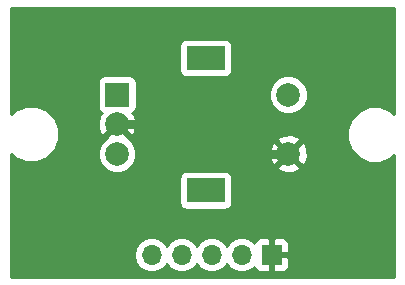
<source format=gbr>
G04 #@! TF.GenerationSoftware,KiCad,Pcbnew,(5.0.0-3-g5ebb6b6)*
G04 #@! TF.CreationDate,2019-05-02T12:54:23+02:00*
G04 #@! TF.ProjectId,Encoder assembly 2,456E636F64657220617373656D626C79,rev?*
G04 #@! TF.SameCoordinates,Original*
G04 #@! TF.FileFunction,Copper,L1,Top,Signal*
G04 #@! TF.FilePolarity,Positive*
%FSLAX46Y46*%
G04 Gerber Fmt 4.6, Leading zero omitted, Abs format (unit mm)*
G04 Created by KiCad (PCBNEW (5.0.0-3-g5ebb6b6)) date Thursday, 02 May 2019 at 12:54:23*
%MOMM*%
%LPD*%
G01*
G04 APERTURE LIST*
G04 #@! TA.AperFunction,ComponentPad*
%ADD10R,1.700000X1.700000*%
G04 #@! TD*
G04 #@! TA.AperFunction,ComponentPad*
%ADD11O,1.700000X1.700000*%
G04 #@! TD*
G04 #@! TA.AperFunction,ComponentPad*
%ADD12C,2.000000*%
G04 #@! TD*
G04 #@! TA.AperFunction,ComponentPad*
%ADD13R,3.200000X2.000000*%
G04 #@! TD*
G04 #@! TA.AperFunction,ComponentPad*
%ADD14R,2.000000X2.000000*%
G04 #@! TD*
G04 #@! TA.AperFunction,Conductor*
%ADD15C,0.800000*%
G04 #@! TD*
G04 #@! TA.AperFunction,Conductor*
%ADD16C,0.254000*%
G04 #@! TD*
G04 APERTURE END LIST*
D10*
G04 #@! TO.P,J1,1*
G04 #@! TO.N,GND*
X132360000Y-93700000D03*
D11*
G04 #@! TO.P,J1,2*
G04 #@! TO.N,+3V3*
X129820000Y-93700000D03*
G04 #@! TO.P,J1,3*
G04 #@! TO.N,Net-(J1-Pad3)*
X127280000Y-93700000D03*
G04 #@! TO.P,J1,4*
G04 #@! TO.N,Net-(J1-Pad4)*
X124740000Y-93700000D03*
G04 #@! TO.P,J1,5*
G04 #@! TO.N,Net-(J1-Pad5)*
X122200000Y-93700000D03*
G04 #@! TD*
D12*
G04 #@! TO.P,SW1,S1*
G04 #@! TO.N,GND*
X133775001Y-85125001D03*
G04 #@! TO.P,SW1,S2*
G04 #@! TO.N,Net-(J1-Pad3)*
X133775001Y-80125001D03*
D13*
G04 #@! TO.P,SW1,MP*
G04 #@! TO.N,N/C*
X126775001Y-88225001D03*
X126775001Y-77025001D03*
D12*
G04 #@! TO.P,SW1,B*
G04 #@! TO.N,Net-(J1-Pad4)*
X119275001Y-85125001D03*
G04 #@! TO.P,SW1,C*
G04 #@! TO.N,GND*
X119275001Y-82625001D03*
D14*
G04 #@! TO.P,SW1,A*
G04 #@! TO.N,Net-(J1-Pad5)*
X119275001Y-80125001D03*
G04 #@! TD*
D15*
G04 #@! TO.N,GND*
X119275001Y-82625001D02*
X128675001Y-82625001D01*
X131175001Y-85125001D02*
X133775001Y-85125001D01*
X128675001Y-82625001D02*
X131175001Y-85125001D01*
G04 #@! TD*
D16*
G04 #@! TO.N,GND*
G36*
X142740001Y-81767102D02*
X142450994Y-81478095D01*
X141574406Y-81115000D01*
X140625594Y-81115000D01*
X139749006Y-81478095D01*
X139078095Y-82149006D01*
X138715000Y-83025594D01*
X138715000Y-83974406D01*
X139078095Y-84850994D01*
X139749006Y-85521905D01*
X140625594Y-85885000D01*
X141574406Y-85885000D01*
X142450994Y-85521905D01*
X142740000Y-85232899D01*
X142740000Y-95540000D01*
X110310000Y-95540000D01*
X110310000Y-93700000D01*
X120685908Y-93700000D01*
X120801161Y-94279418D01*
X121129375Y-94770625D01*
X121620582Y-95098839D01*
X122053744Y-95185000D01*
X122346256Y-95185000D01*
X122779418Y-95098839D01*
X123270625Y-94770625D01*
X123470000Y-94472239D01*
X123669375Y-94770625D01*
X124160582Y-95098839D01*
X124593744Y-95185000D01*
X124886256Y-95185000D01*
X125319418Y-95098839D01*
X125810625Y-94770625D01*
X126010000Y-94472239D01*
X126209375Y-94770625D01*
X126700582Y-95098839D01*
X127133744Y-95185000D01*
X127426256Y-95185000D01*
X127859418Y-95098839D01*
X128350625Y-94770625D01*
X128550000Y-94472239D01*
X128749375Y-94770625D01*
X129240582Y-95098839D01*
X129673744Y-95185000D01*
X129966256Y-95185000D01*
X130399418Y-95098839D01*
X130890625Y-94770625D01*
X130905096Y-94748967D01*
X130971673Y-94909698D01*
X131150301Y-95088327D01*
X131383690Y-95185000D01*
X132074250Y-95185000D01*
X132233000Y-95026250D01*
X132233000Y-93827000D01*
X132487000Y-93827000D01*
X132487000Y-95026250D01*
X132645750Y-95185000D01*
X133336310Y-95185000D01*
X133569699Y-95088327D01*
X133748327Y-94909698D01*
X133845000Y-94676309D01*
X133845000Y-93985750D01*
X133686250Y-93827000D01*
X132487000Y-93827000D01*
X132233000Y-93827000D01*
X132213000Y-93827000D01*
X132213000Y-93573000D01*
X132233000Y-93573000D01*
X132233000Y-92373750D01*
X132487000Y-92373750D01*
X132487000Y-93573000D01*
X133686250Y-93573000D01*
X133845000Y-93414250D01*
X133845000Y-92723691D01*
X133748327Y-92490302D01*
X133569699Y-92311673D01*
X133336310Y-92215000D01*
X132645750Y-92215000D01*
X132487000Y-92373750D01*
X132233000Y-92373750D01*
X132074250Y-92215000D01*
X131383690Y-92215000D01*
X131150301Y-92311673D01*
X130971673Y-92490302D01*
X130905096Y-92651033D01*
X130890625Y-92629375D01*
X130399418Y-92301161D01*
X129966256Y-92215000D01*
X129673744Y-92215000D01*
X129240582Y-92301161D01*
X128749375Y-92629375D01*
X128550000Y-92927761D01*
X128350625Y-92629375D01*
X127859418Y-92301161D01*
X127426256Y-92215000D01*
X127133744Y-92215000D01*
X126700582Y-92301161D01*
X126209375Y-92629375D01*
X126010000Y-92927761D01*
X125810625Y-92629375D01*
X125319418Y-92301161D01*
X124886256Y-92215000D01*
X124593744Y-92215000D01*
X124160582Y-92301161D01*
X123669375Y-92629375D01*
X123470000Y-92927761D01*
X123270625Y-92629375D01*
X122779418Y-92301161D01*
X122346256Y-92215000D01*
X122053744Y-92215000D01*
X121620582Y-92301161D01*
X121129375Y-92629375D01*
X120801161Y-93120582D01*
X120685908Y-93700000D01*
X110310000Y-93700000D01*
X110310000Y-87225001D01*
X124527561Y-87225001D01*
X124527561Y-89225001D01*
X124576844Y-89472766D01*
X124717192Y-89682810D01*
X124927236Y-89823158D01*
X125175001Y-89872441D01*
X128375001Y-89872441D01*
X128622766Y-89823158D01*
X128832810Y-89682810D01*
X128973158Y-89472766D01*
X129022441Y-89225001D01*
X129022441Y-87225001D01*
X128973158Y-86977236D01*
X128832810Y-86767192D01*
X128622766Y-86626844D01*
X128375001Y-86577561D01*
X125175001Y-86577561D01*
X124927236Y-86626844D01*
X124717192Y-86767192D01*
X124576844Y-86977236D01*
X124527561Y-87225001D01*
X110310000Y-87225001D01*
X110310000Y-85132899D01*
X110649006Y-85471905D01*
X111525594Y-85835000D01*
X112474406Y-85835000D01*
X113350994Y-85471905D01*
X114021905Y-84800994D01*
X114022408Y-84799779D01*
X117640001Y-84799779D01*
X117640001Y-85450223D01*
X117888915Y-86051154D01*
X118348848Y-86511087D01*
X118949779Y-86760001D01*
X119600223Y-86760001D01*
X120201154Y-86511087D01*
X120434708Y-86277533D01*
X132802074Y-86277533D01*
X132900737Y-86544388D01*
X133510462Y-86770909D01*
X134160461Y-86746857D01*
X134649265Y-86544388D01*
X134747928Y-86277533D01*
X133775001Y-85304606D01*
X132802074Y-86277533D01*
X120434708Y-86277533D01*
X120661087Y-86051154D01*
X120910001Y-85450223D01*
X120910001Y-84860462D01*
X132129093Y-84860462D01*
X132153145Y-85510461D01*
X132355614Y-85999265D01*
X132622469Y-86097928D01*
X133595396Y-85125001D01*
X133954606Y-85125001D01*
X134927533Y-86097928D01*
X135194388Y-85999265D01*
X135420909Y-85389540D01*
X135396857Y-84739541D01*
X135194388Y-84250737D01*
X134927533Y-84152074D01*
X133954606Y-85125001D01*
X133595396Y-85125001D01*
X132622469Y-84152074D01*
X132355614Y-84250737D01*
X132129093Y-84860462D01*
X120910001Y-84860462D01*
X120910001Y-84799779D01*
X120661087Y-84198848D01*
X120434708Y-83972469D01*
X132802074Y-83972469D01*
X133775001Y-84945396D01*
X134747928Y-83972469D01*
X134649265Y-83705614D01*
X134039540Y-83479093D01*
X133389541Y-83503145D01*
X132900737Y-83705614D01*
X132802074Y-83972469D01*
X120434708Y-83972469D01*
X120245726Y-83783487D01*
X120247928Y-83777533D01*
X119275001Y-82804606D01*
X118302074Y-83777533D01*
X118304276Y-83783487D01*
X117888915Y-84198848D01*
X117640001Y-84799779D01*
X114022408Y-84799779D01*
X114385000Y-83924406D01*
X114385000Y-82975594D01*
X114021905Y-82099006D01*
X113350994Y-81428095D01*
X112474406Y-81065000D01*
X111525594Y-81065000D01*
X110649006Y-81428095D01*
X110310000Y-81767101D01*
X110310000Y-79125001D01*
X117627561Y-79125001D01*
X117627561Y-81125001D01*
X117676844Y-81372766D01*
X117817192Y-81582810D01*
X117992672Y-81700063D01*
X117855614Y-81750737D01*
X117629093Y-82360462D01*
X117653145Y-83010461D01*
X117855614Y-83499265D01*
X118122469Y-83597928D01*
X119095396Y-82625001D01*
X119081254Y-82610859D01*
X119260859Y-82431254D01*
X119275001Y-82445396D01*
X119289144Y-82431254D01*
X119468749Y-82610859D01*
X119454606Y-82625001D01*
X120427533Y-83597928D01*
X120694388Y-83499265D01*
X120920909Y-82889540D01*
X120896857Y-82239541D01*
X120694388Y-81750737D01*
X120557330Y-81700063D01*
X120732810Y-81582810D01*
X120873158Y-81372766D01*
X120922441Y-81125001D01*
X120922441Y-79799779D01*
X132140001Y-79799779D01*
X132140001Y-80450223D01*
X132388915Y-81051154D01*
X132848848Y-81511087D01*
X133449779Y-81760001D01*
X134100223Y-81760001D01*
X134701154Y-81511087D01*
X135161087Y-81051154D01*
X135410001Y-80450223D01*
X135410001Y-79799779D01*
X135161087Y-79198848D01*
X134701154Y-78738915D01*
X134100223Y-78490001D01*
X133449779Y-78490001D01*
X132848848Y-78738915D01*
X132388915Y-79198848D01*
X132140001Y-79799779D01*
X120922441Y-79799779D01*
X120922441Y-79125001D01*
X120873158Y-78877236D01*
X120732810Y-78667192D01*
X120522766Y-78526844D01*
X120275001Y-78477561D01*
X118275001Y-78477561D01*
X118027236Y-78526844D01*
X117817192Y-78667192D01*
X117676844Y-78877236D01*
X117627561Y-79125001D01*
X110310000Y-79125001D01*
X110310000Y-76025001D01*
X124527561Y-76025001D01*
X124527561Y-78025001D01*
X124576844Y-78272766D01*
X124717192Y-78482810D01*
X124927236Y-78623158D01*
X125175001Y-78672441D01*
X128375001Y-78672441D01*
X128622766Y-78623158D01*
X128832810Y-78482810D01*
X128973158Y-78272766D01*
X129022441Y-78025001D01*
X129022441Y-76025001D01*
X128973158Y-75777236D01*
X128832810Y-75567192D01*
X128622766Y-75426844D01*
X128375001Y-75377561D01*
X125175001Y-75377561D01*
X124927236Y-75426844D01*
X124717192Y-75567192D01*
X124576844Y-75777236D01*
X124527561Y-76025001D01*
X110310000Y-76025001D01*
X110310000Y-72760000D01*
X142740001Y-72760000D01*
X142740001Y-81767102D01*
X142740001Y-81767102D01*
G37*
X142740001Y-81767102D02*
X142450994Y-81478095D01*
X141574406Y-81115000D01*
X140625594Y-81115000D01*
X139749006Y-81478095D01*
X139078095Y-82149006D01*
X138715000Y-83025594D01*
X138715000Y-83974406D01*
X139078095Y-84850994D01*
X139749006Y-85521905D01*
X140625594Y-85885000D01*
X141574406Y-85885000D01*
X142450994Y-85521905D01*
X142740000Y-85232899D01*
X142740000Y-95540000D01*
X110310000Y-95540000D01*
X110310000Y-93700000D01*
X120685908Y-93700000D01*
X120801161Y-94279418D01*
X121129375Y-94770625D01*
X121620582Y-95098839D01*
X122053744Y-95185000D01*
X122346256Y-95185000D01*
X122779418Y-95098839D01*
X123270625Y-94770625D01*
X123470000Y-94472239D01*
X123669375Y-94770625D01*
X124160582Y-95098839D01*
X124593744Y-95185000D01*
X124886256Y-95185000D01*
X125319418Y-95098839D01*
X125810625Y-94770625D01*
X126010000Y-94472239D01*
X126209375Y-94770625D01*
X126700582Y-95098839D01*
X127133744Y-95185000D01*
X127426256Y-95185000D01*
X127859418Y-95098839D01*
X128350625Y-94770625D01*
X128550000Y-94472239D01*
X128749375Y-94770625D01*
X129240582Y-95098839D01*
X129673744Y-95185000D01*
X129966256Y-95185000D01*
X130399418Y-95098839D01*
X130890625Y-94770625D01*
X130905096Y-94748967D01*
X130971673Y-94909698D01*
X131150301Y-95088327D01*
X131383690Y-95185000D01*
X132074250Y-95185000D01*
X132233000Y-95026250D01*
X132233000Y-93827000D01*
X132487000Y-93827000D01*
X132487000Y-95026250D01*
X132645750Y-95185000D01*
X133336310Y-95185000D01*
X133569699Y-95088327D01*
X133748327Y-94909698D01*
X133845000Y-94676309D01*
X133845000Y-93985750D01*
X133686250Y-93827000D01*
X132487000Y-93827000D01*
X132233000Y-93827000D01*
X132213000Y-93827000D01*
X132213000Y-93573000D01*
X132233000Y-93573000D01*
X132233000Y-92373750D01*
X132487000Y-92373750D01*
X132487000Y-93573000D01*
X133686250Y-93573000D01*
X133845000Y-93414250D01*
X133845000Y-92723691D01*
X133748327Y-92490302D01*
X133569699Y-92311673D01*
X133336310Y-92215000D01*
X132645750Y-92215000D01*
X132487000Y-92373750D01*
X132233000Y-92373750D01*
X132074250Y-92215000D01*
X131383690Y-92215000D01*
X131150301Y-92311673D01*
X130971673Y-92490302D01*
X130905096Y-92651033D01*
X130890625Y-92629375D01*
X130399418Y-92301161D01*
X129966256Y-92215000D01*
X129673744Y-92215000D01*
X129240582Y-92301161D01*
X128749375Y-92629375D01*
X128550000Y-92927761D01*
X128350625Y-92629375D01*
X127859418Y-92301161D01*
X127426256Y-92215000D01*
X127133744Y-92215000D01*
X126700582Y-92301161D01*
X126209375Y-92629375D01*
X126010000Y-92927761D01*
X125810625Y-92629375D01*
X125319418Y-92301161D01*
X124886256Y-92215000D01*
X124593744Y-92215000D01*
X124160582Y-92301161D01*
X123669375Y-92629375D01*
X123470000Y-92927761D01*
X123270625Y-92629375D01*
X122779418Y-92301161D01*
X122346256Y-92215000D01*
X122053744Y-92215000D01*
X121620582Y-92301161D01*
X121129375Y-92629375D01*
X120801161Y-93120582D01*
X120685908Y-93700000D01*
X110310000Y-93700000D01*
X110310000Y-87225001D01*
X124527561Y-87225001D01*
X124527561Y-89225001D01*
X124576844Y-89472766D01*
X124717192Y-89682810D01*
X124927236Y-89823158D01*
X125175001Y-89872441D01*
X128375001Y-89872441D01*
X128622766Y-89823158D01*
X128832810Y-89682810D01*
X128973158Y-89472766D01*
X129022441Y-89225001D01*
X129022441Y-87225001D01*
X128973158Y-86977236D01*
X128832810Y-86767192D01*
X128622766Y-86626844D01*
X128375001Y-86577561D01*
X125175001Y-86577561D01*
X124927236Y-86626844D01*
X124717192Y-86767192D01*
X124576844Y-86977236D01*
X124527561Y-87225001D01*
X110310000Y-87225001D01*
X110310000Y-85132899D01*
X110649006Y-85471905D01*
X111525594Y-85835000D01*
X112474406Y-85835000D01*
X113350994Y-85471905D01*
X114021905Y-84800994D01*
X114022408Y-84799779D01*
X117640001Y-84799779D01*
X117640001Y-85450223D01*
X117888915Y-86051154D01*
X118348848Y-86511087D01*
X118949779Y-86760001D01*
X119600223Y-86760001D01*
X120201154Y-86511087D01*
X120434708Y-86277533D01*
X132802074Y-86277533D01*
X132900737Y-86544388D01*
X133510462Y-86770909D01*
X134160461Y-86746857D01*
X134649265Y-86544388D01*
X134747928Y-86277533D01*
X133775001Y-85304606D01*
X132802074Y-86277533D01*
X120434708Y-86277533D01*
X120661087Y-86051154D01*
X120910001Y-85450223D01*
X120910001Y-84860462D01*
X132129093Y-84860462D01*
X132153145Y-85510461D01*
X132355614Y-85999265D01*
X132622469Y-86097928D01*
X133595396Y-85125001D01*
X133954606Y-85125001D01*
X134927533Y-86097928D01*
X135194388Y-85999265D01*
X135420909Y-85389540D01*
X135396857Y-84739541D01*
X135194388Y-84250737D01*
X134927533Y-84152074D01*
X133954606Y-85125001D01*
X133595396Y-85125001D01*
X132622469Y-84152074D01*
X132355614Y-84250737D01*
X132129093Y-84860462D01*
X120910001Y-84860462D01*
X120910001Y-84799779D01*
X120661087Y-84198848D01*
X120434708Y-83972469D01*
X132802074Y-83972469D01*
X133775001Y-84945396D01*
X134747928Y-83972469D01*
X134649265Y-83705614D01*
X134039540Y-83479093D01*
X133389541Y-83503145D01*
X132900737Y-83705614D01*
X132802074Y-83972469D01*
X120434708Y-83972469D01*
X120245726Y-83783487D01*
X120247928Y-83777533D01*
X119275001Y-82804606D01*
X118302074Y-83777533D01*
X118304276Y-83783487D01*
X117888915Y-84198848D01*
X117640001Y-84799779D01*
X114022408Y-84799779D01*
X114385000Y-83924406D01*
X114385000Y-82975594D01*
X114021905Y-82099006D01*
X113350994Y-81428095D01*
X112474406Y-81065000D01*
X111525594Y-81065000D01*
X110649006Y-81428095D01*
X110310000Y-81767101D01*
X110310000Y-79125001D01*
X117627561Y-79125001D01*
X117627561Y-81125001D01*
X117676844Y-81372766D01*
X117817192Y-81582810D01*
X117992672Y-81700063D01*
X117855614Y-81750737D01*
X117629093Y-82360462D01*
X117653145Y-83010461D01*
X117855614Y-83499265D01*
X118122469Y-83597928D01*
X119095396Y-82625001D01*
X119081254Y-82610859D01*
X119260859Y-82431254D01*
X119275001Y-82445396D01*
X119289144Y-82431254D01*
X119468749Y-82610859D01*
X119454606Y-82625001D01*
X120427533Y-83597928D01*
X120694388Y-83499265D01*
X120920909Y-82889540D01*
X120896857Y-82239541D01*
X120694388Y-81750737D01*
X120557330Y-81700063D01*
X120732810Y-81582810D01*
X120873158Y-81372766D01*
X120922441Y-81125001D01*
X120922441Y-79799779D01*
X132140001Y-79799779D01*
X132140001Y-80450223D01*
X132388915Y-81051154D01*
X132848848Y-81511087D01*
X133449779Y-81760001D01*
X134100223Y-81760001D01*
X134701154Y-81511087D01*
X135161087Y-81051154D01*
X135410001Y-80450223D01*
X135410001Y-79799779D01*
X135161087Y-79198848D01*
X134701154Y-78738915D01*
X134100223Y-78490001D01*
X133449779Y-78490001D01*
X132848848Y-78738915D01*
X132388915Y-79198848D01*
X132140001Y-79799779D01*
X120922441Y-79799779D01*
X120922441Y-79125001D01*
X120873158Y-78877236D01*
X120732810Y-78667192D01*
X120522766Y-78526844D01*
X120275001Y-78477561D01*
X118275001Y-78477561D01*
X118027236Y-78526844D01*
X117817192Y-78667192D01*
X117676844Y-78877236D01*
X117627561Y-79125001D01*
X110310000Y-79125001D01*
X110310000Y-76025001D01*
X124527561Y-76025001D01*
X124527561Y-78025001D01*
X124576844Y-78272766D01*
X124717192Y-78482810D01*
X124927236Y-78623158D01*
X125175001Y-78672441D01*
X128375001Y-78672441D01*
X128622766Y-78623158D01*
X128832810Y-78482810D01*
X128973158Y-78272766D01*
X129022441Y-78025001D01*
X129022441Y-76025001D01*
X128973158Y-75777236D01*
X128832810Y-75567192D01*
X128622766Y-75426844D01*
X128375001Y-75377561D01*
X125175001Y-75377561D01*
X124927236Y-75426844D01*
X124717192Y-75567192D01*
X124576844Y-75777236D01*
X124527561Y-76025001D01*
X110310000Y-76025001D01*
X110310000Y-72760000D01*
X142740001Y-72760000D01*
X142740001Y-81767102D01*
G04 #@! TD*
M02*

</source>
